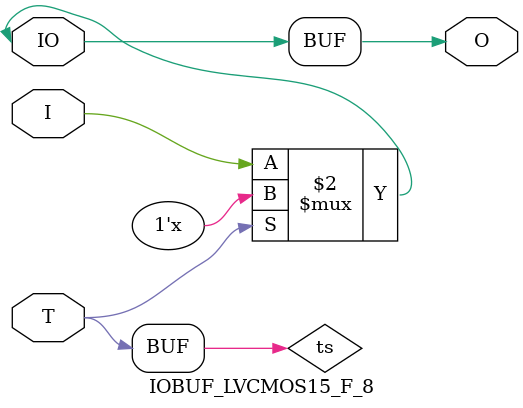
<source format=v>

/*

FUNCTION	: INPUT TRI-STATE OUTPUT BUFFER

*/

`celldefine
`timescale  100 ps / 10 ps

module IOBUF_LVCMOS15_F_8 (O, IO, I, T);

    output O;

    inout  IO;

    input  I, T;

    or O1 (ts, 1'b0, T);
    bufif0 T1 (IO, I, ts);

    buf B1 (O, IO);

endmodule

</source>
